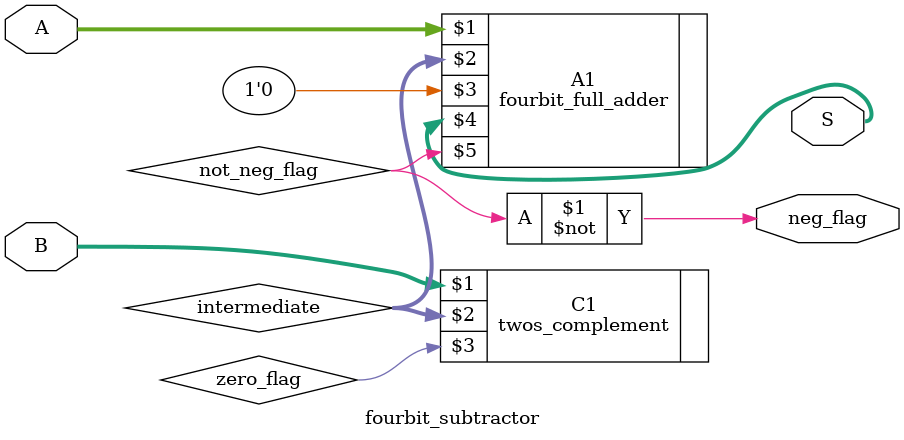
<source format=v>
`timescale 1ns / 1ps


module fourbit_subtractor(
    input [3:0] A,
    input [3:0] B,
    output [3:0] S,
    output neg_flag
    );
    
    wire [3:0] intermediate;
    wire not_neg_flag;
    wire zero_flag;
    
    twos_complement C1 (B, intermediate, zero_flag);
    fourbit_full_adder A1 (A, intermediate, 1'b0, S, not_neg_flag);
    
    assign neg_flag = ~(not_neg_flag);
    
endmodule

</source>
